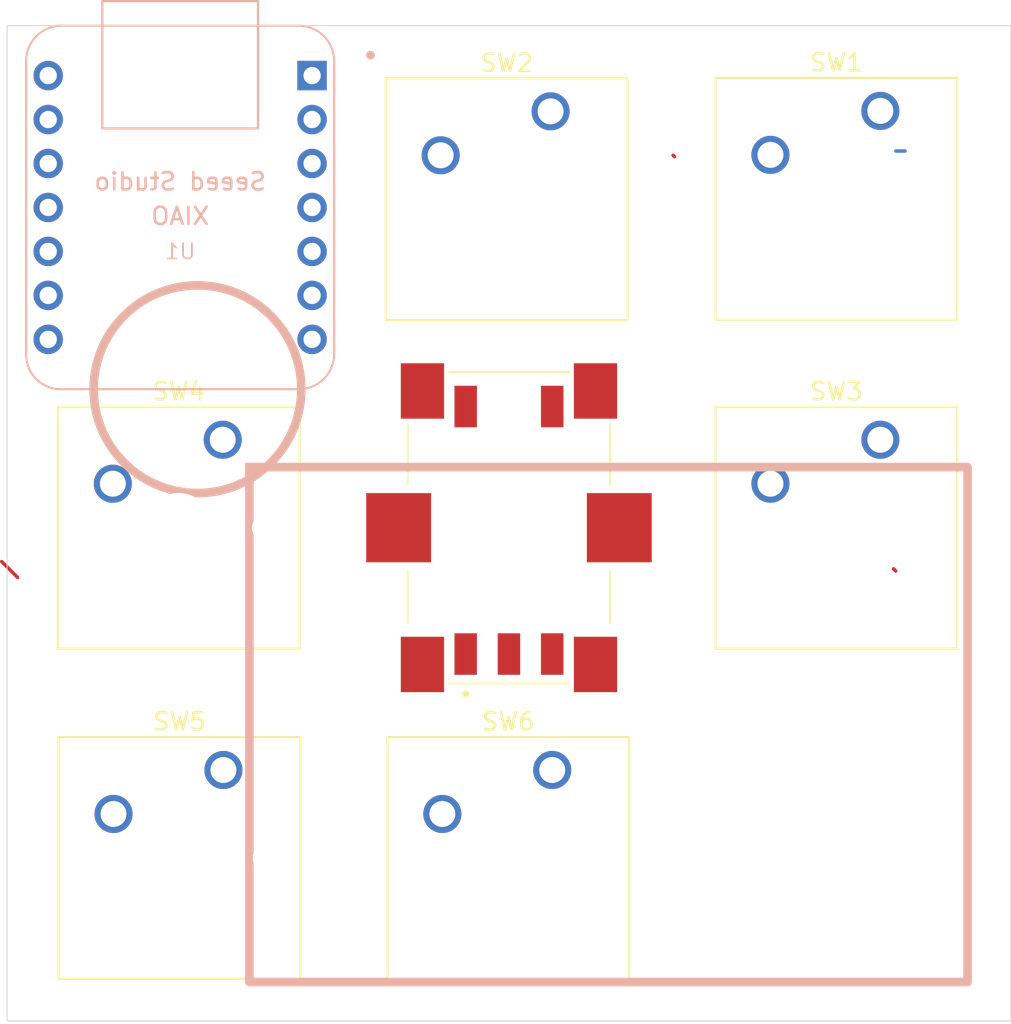
<source format=kicad_pcb>
(kicad_pcb (version 20240108) (generator "pcbnew") (generator_version "8.0")
  (layers (0 "F.Cu" signal) (31 "B.Cu" signal) (34 "B.Paste" user) (35 "F.Paste" user) (36 "B.SilkS" user "B.Silkscreen") (37 "F.SilkS" user "F.Silkscreen") (38 "B.Mask" user) (39 "F.Mask" user) (44 "Edge.Cuts" user))
  (net 0 "")
  (net 1 "Net-(U1-PA6_A10_D10_MOSI)")
  (net 2 "GND")
  (net 3 "Net-(U1-PA5_A9_D9_MISO)")
  (net 4 "Net-(U1-PA7_A8_D8_SCK)")
  (net 9 "Net-(U1-PA4_A1_D1)")
  (net 10 "Net-(U1-PA10_A2_D2)")
  (net 11 "Net-(U1-PA02_A0_D0)")
  (net 12 "Net-(U1-PA9_A5_D5_SCL)")
  (net 13 "Net-(U1-PA8_A4_D4_SDA)")
  (footprint "Button_Switch_Keyboard:SW_Cherry_MX_1.00u_PCB" (layer "F.Cu") (at 68.46 48.92)
    (property "Reference" "SW3" (at -2.54 -2.794 0) (layer "F.SilkS"))
    (property "Value" "SW_Push")
    (fp_line (start -9.525 -1.905) (end 4.445 -1.905) (stroke (width 0.12)) (layer "F.SilkS"))
    (fp_line (start -9.525 12.065) (end -9.525 -1.905) (stroke (width 0.12)) (layer "F.SilkS"))
    (fp_line (start 4.445 -1.905) (end 4.445 12.065) (stroke (width 0.12)) (layer "F.SilkS"))
    (fp_line (start 4.445 12.065) (end -9.525 12.065) (stroke (width 0.12)) (layer "F.SilkS"))
    (pad "" np_thru_hole circle (at -7.62 5.08) (size 1.7 1.7) (drill 1.7) (layers "*.Cu" "*.Mask"))
    (pad "" np_thru_hole circle (at -2.54 5.08) (size 4 4) (drill 4) (layers "*.Cu" "*.Mask"))
    (pad "" np_thru_hole circle (at 2.54 5.08) (size 1.7 1.7) (drill 1.7) (layers "*.Cu" "*.Mask"))
    (pad "1" thru_hole circle (at 0 0) (size 2.2 2.2) (drill 1.5) (layers "*.Cu" "*.Mask") (net 4 "Net-(U1-PA7_A8_D8_SCK)"))
    (pad "2" thru_hole circle (at -6.35 2.54) (size 2.2 2.2) (drill 1.5) (layers "*.Cu" "*.Mask") (net 2 "GND"))
  )
  (footprint "EC11J0924411:EC11J0924411" (layer "F.Cu") (at 47 54)
    (property "Reference" "U2" (at 0 0 0) (layer "F.SilkS"))
    (property "Value" "EC11J0924411")
    (fp_line (start -5.85 -6) (end -5.85 -2.5) (stroke (width 0.1)) (layer "F.SilkS"))
    (fp_line (start -5.85 2.5) (end -5.85 5.5) (stroke (width 0.1)) (layer "F.SilkS"))
    (fp_line (start -3.5 -9) (end 3.5 -9) (stroke (width 0.1)) (layer "F.SilkS"))
    (fp_line (start -3.5 9) (end 3 9) (stroke (width 0.1)) (layer "F.SilkS"))
    (fp_line (start -2.6 9.6) (end -2.6 9.6) (stroke (width 0.2)) (layer "F.SilkS"))
    (fp_line (start -2.4 9.6) (end -2.4 9.6) (stroke (width 0.2)) (layer "F.SilkS"))
    (fp_line (start 3 9) (end 3.5 9) (stroke (width 0.1)) (layer "F.SilkS"))
    (fp_line (start 5.85 -6) (end 5.85 -2.5) (stroke (width 0.1)) (layer "F.SilkS"))
    (fp_line (start 5.85 2.5) (end 5.85 5.5) (stroke (width 0.1)) (layer "F.SilkS"))
    (fp_arc (start -2.6 9.6) (mid -2.5 9.5) (end -2.4 9.6) (stroke (width 0.2)) (layer "F.SilkS"))
    (fp_arc (start -2.4 9.6) (mid -2.5 9.7) (end -2.6 9.6) (stroke (width 0.2)) (layer "F.SilkS"))
    (pad "" np_thru_hole circle (at 0 0) (size 2.15 2.15) (drill 2.15) (layers "*.Cu" "*.Mask"))
    (pad "7" smd rect (at -5 7.9) (size 2.5 3.2) (layers "F.Cu" "F.Paste" "F.Mask"))
    (pad "8" smd rect (at 5 7.9) (size 2.5 3.2) (layers "F.Cu" "F.Paste" "F.Mask"))
    (pad "9" smd rect (at 5 -7.9) (size 2.5 3.2) (layers "F.Cu" "F.Paste" "F.Mask"))
    (pad "10" smd rect (at -5 -7.9) (size 2.5 3.2) (layers "F.Cu" "F.Paste" "F.Mask"))
    (pad "11" smd rect (at -6.375 0) (size 3.75 4) (layers "F.Cu" "F.Paste" "F.Mask"))
    (pad "12" smd rect (at 6.375 0) (size 3.75 4) (layers "F.Cu" "F.Paste" "F.Mask"))
    (pad "A1" smd rect (at -2.5 7.3) (size 1.3 2.4) (layers "F.Cu" "F.Paste" "F.Mask") (net 11 "Net-(U1-PA02_A0_D0)"))
    (pad "B1" smd rect (at 2.5 7.3) (size 1.3 2.4) (layers "F.Cu" "F.Paste" "F.Mask") (net 9 "Net-(U1-PA4_A1_D1)"))
    (pad "C1" smd rect (at 0 7.3) (size 1.3 2.4) (layers "F.Cu" "F.Paste" "F.Mask") (net 2 "GND"))
    (pad "D1" smd rect (at -2.5 -7) (size 1.3 2.4) (layers "F.Cu" "F.Paste" "F.Mask") (net 10 "Net-(U1-PA10_A2_D2)"))
    (pad "E1" smd rect (at 2.5 -7) (size 1.3 2.4) (layers "F.Cu" "F.Paste" "F.Mask"))
  )
  (footprint "Button_Switch_Keyboard:SW_Cherry_MX_1.00u_PCB" (layer "F.Cu") (at 49.5 68)
    (property "Reference" "SW6" (at -2.54 -2.794 0) (layer "F.SilkS"))
    (property "Value" "SW_Push")
    (fp_line (start -9.525 -1.905) (end 4.445 -1.905) (stroke (width 0.12)) (layer "F.SilkS"))
    (fp_line (start -9.525 12.065) (end -9.525 -1.905) (stroke (width 0.12)) (layer "F.SilkS"))
    (fp_line (start 4.445 -1.905) (end 4.445 12.065) (stroke (width 0.12)) (layer "F.SilkS"))
    (fp_line (start 4.445 12.065) (end -9.525 12.065) (stroke (width 0.12)) (layer "F.SilkS"))
    (pad "" np_thru_hole circle (at -7.62 5.08) (size 1.7 1.7) (drill 1.7) (layers "*.Cu" "*.Mask"))
    (pad "" np_thru_hole circle (at -2.54 5.08) (size 4 4) (drill 4) (layers "*.Cu" "*.Mask"))
    (pad "" np_thru_hole circle (at 2.54 5.08) (size 1.7 1.7) (drill 1.7) (layers "*.Cu" "*.Mask"))
    (pad "1" thru_hole circle (at 0 0) (size 2.2 2.2) (drill 1.5) (layers "*.Cu" "*.Mask"))
    (pad "2" thru_hole circle (at -6.35 2.54) (size 2.2 2.2) (drill 1.5) (layers "*.Cu" "*.Mask") (net 2 "GND"))
  )
  (footprint "Button_Switch_Keyboard:SW_Cherry_MX_1.00u_PCB" (layer "F.Cu") (at 30.46 48.92)
    (property "Reference" "SW4" (at -2.54 -2.794 0) (layer "F.SilkS"))
    (property "Value" "SW_Push")
    (fp_line (start -9.525 -1.905) (end 4.445 -1.905) (stroke (width 0.12)) (layer "F.SilkS"))
    (fp_line (start -9.525 12.065) (end -9.525 -1.905) (stroke (width 0.12)) (layer "F.SilkS"))
    (fp_line (start 4.445 -1.905) (end 4.445 12.065) (stroke (width 0.12)) (layer "F.SilkS"))
    (fp_line (start 4.445 12.065) (end -9.525 12.065) (stroke (width 0.12)) (layer "F.SilkS"))
    (pad "" np_thru_hole circle (at -7.62 5.08) (size 1.7 1.7) (drill 1.7) (layers "*.Cu" "*.Mask"))
    (pad "" np_thru_hole circle (at -2.54 5.08) (size 4 4) (drill 4) (layers "*.Cu" "*.Mask"))
    (pad "" np_thru_hole circle (at 2.54 5.08) (size 1.7 1.7) (drill 1.7) (layers "*.Cu" "*.Mask"))
    (pad "1" thru_hole circle (at 0 0) (size 2.2 2.2) (drill 1.5) (layers "*.Cu" "*.Mask") (net 12 "Net-(U1-PA9_A5_D5_SCL)"))
    (pad "2" thru_hole circle (at -6.35 2.54) (size 2.2 2.2) (drill 1.5) (layers "*.Cu" "*.Mask") (net 2 "GND"))
  )
  (footprint "Button_Switch_Keyboard:SW_Cherry_MX_1.00u_PCB" (layer "F.Cu") (at 30.5 68)
    (property "Reference" "SW5" (at -2.54 -2.794 0) (layer "F.SilkS"))
    (property "Value" "SW_Push")
    (fp_line (start -9.525 -1.905) (end 4.445 -1.905) (stroke (width 0.12)) (layer "F.SilkS"))
    (fp_line (start -9.525 12.065) (end -9.525 -1.905) (stroke (width 0.12)) (layer "F.SilkS"))
    (fp_line (start 4.445 -1.905) (end 4.445 12.065) (stroke (width 0.12)) (layer "F.SilkS"))
    (fp_line (start 4.445 12.065) (end -9.525 12.065) (stroke (width 0.12)) (layer "F.SilkS"))
    (pad "" np_thru_hole circle (at -7.62 5.08) (size 1.7 1.7) (drill 1.7) (layers "*.Cu" "*.Mask"))
    (pad "" np_thru_hole circle (at -2.54 5.08) (size 4 4) (drill 4) (layers "*.Cu" "*.Mask"))
    (pad "" np_thru_hole circle (at 2.54 5.08) (size 1.7 1.7) (drill 1.7) (layers "*.Cu" "*.Mask"))
    (pad "1" thru_hole circle (at 0 0) (size 2.2 2.2) (drill 1.5) (layers "*.Cu" "*.Mask") (net 13 "Net-(U1-PA8_A4_D4_SDA)"))
    (pad "2" thru_hole circle (at -6.35 2.54) (size 2.2 2.2) (drill 1.5) (layers "*.Cu" "*.Mask") (net 2 "GND"))
  )
  (footprint "Button_Switch_Keyboard:SW_Cherry_MX_1.00u_PCB" (layer "F.Cu") (at 68.46 29.92)
    (property "Reference" "SW1" (at -2.54 -2.794 0) (layer "F.SilkS"))
    (property "Value" "SW_Push")
    (fp_line (start -9.525 -1.905) (end 4.445 -1.905) (stroke (width 0.12)) (layer "F.SilkS"))
    (fp_line (start -9.525 12.065) (end -9.525 -1.905) (stroke (width 0.12)) (layer "F.SilkS"))
    (fp_line (start 4.445 -1.905) (end 4.445 12.065) (stroke (width 0.12)) (layer "F.SilkS"))
    (fp_line (start 4.445 12.065) (end -9.525 12.065) (stroke (width 0.12)) (layer "F.SilkS"))
    (pad "" np_thru_hole circle (at -7.62 5.08) (size 1.7 1.7) (drill 1.7) (layers "*.Cu" "*.Mask"))
    (pad "" np_thru_hole circle (at -2.54 5.08) (size 4 4) (drill 4) (layers "*.Cu" "*.Mask"))
    (pad "" np_thru_hole circle (at 2.54 5.08) (size 1.7 1.7) (drill 1.7) (layers "*.Cu" "*.Mask"))
    (pad "1" thru_hole circle (at 0 0) (size 2.2 2.2) (drill 1.5) (layers "*.Cu" "*.Mask") (net 1 "Net-(U1-PA6_A10_D10_MOSI)"))
    (pad "2" thru_hole circle (at -6.35 2.54) (size 2.2 2.2) (drill 1.5) (layers "*.Cu" "*.Mask") (net 2 "GND"))
  )
  (footprint "Button_Switch_Keyboard:SW_Cherry_MX_1.00u_PCB" (layer "F.Cu") (at 49.405 29.945)
    (property "Reference" "SW2" (at -2.54 -2.794 0) (layer "F.SilkS"))
    (property "Value" "SW_Push")
    (fp_line (start -9.525 -1.905) (end 4.445 -1.905) (stroke (width 0.12)) (layer "F.SilkS"))
    (fp_line (start -9.525 12.065) (end -9.525 -1.905) (stroke (width 0.12)) (layer "F.SilkS"))
    (fp_line (start 4.445 -1.905) (end 4.445 12.065) (stroke (width 0.12)) (layer "F.SilkS"))
    (fp_line (start 4.445 12.065) (end -9.525 12.065) (stroke (width 0.12)) (layer "F.SilkS"))
    (pad "" np_thru_hole circle (at -7.62 5.08) (size 1.7 1.7) (drill 1.7) (layers "*.Cu" "*.Mask"))
    (pad "" np_thru_hole circle (at -2.54 5.08) (size 4 4) (drill 4) (layers "*.Cu" "*.Mask"))
    (pad "" np_thru_hole circle (at 2.54 5.08) (size 1.7 1.7) (drill 1.7) (layers "*.Cu" "*.Mask"))
    (pad "1" thru_hole circle (at 0 0) (size 2.2 2.2) (drill 1.5) (layers "*.Cu" "*.Mask") (net 3 "Net-(U1-PA5_A9_D9_MISO)"))
    (pad "2" thru_hole circle (at -6.35 2.54) (size 2.2 2.2) (drill 1.5) (layers "*.Cu" "*.Mask") (net 2 "GND"))
  )
  (footprint "Seeed Studio XIAO Series Library:XIAO-Generic-Thruhole-14P-2.54-21X17.8MM" (layer "B.Cu") (at 28 35.5 180)
    (property "Reference" "U1" (at 0 -2.54 0) (layer "B.SilkS") (effects (font (size 0.889 0.889) (thickness 0.1016)) (justify mirror)))
    (property "Value" "Seeed Studio XIAO SAMD21" (hide yes))
    (fp_line (start 8.9 8.5) (end 8.9 -8.5) (stroke (width 0.127)) (layer "B.SilkS"))
    (fp_line (start 6.9 -10.5) (end -6.9 -10.5) (stroke (width 0.127)) (layer "B.SilkS"))
    (fp_line (start 4.5 11.92403) (end -4.5 11.92403) (stroke (width 0.127)) (layer "B.SilkS"))
    (fp_line (start 4.5 4.57073) (end 4.5 11.92403) (stroke (width 0.127)) (layer "B.SilkS"))
    (fp_line (start -4.5 11.92403) (end -4.5 4.57073) (stroke (width 0.127)) (layer "B.SilkS"))
    (fp_line (start -4.5 4.57073) (end 4.5 4.57073) (stroke (width 0.127)) (layer "B.SilkS"))
    (fp_line (start -6.9 10.49909) (end 6.9 10.49909) (stroke (width 0.127)) (layer "B.SilkS"))
    (fp_line (start -8.9 -8.5) (end -8.9 8.5) (stroke (width 0.127)) (layer "B.SilkS"))
    (fp_arc (start 8.9 8.5) (mid 8.301492 9.901492) (end 6.9 10.5) (stroke (width 0.12)) (layer "B.SilkS"))
    (fp_arc (start 6.9 -10.5) (mid 8.314214 -9.914214) (end 8.9 -8.5) (stroke (width 0.12)) (layer "B.SilkS"))
    (fp_arc (start -6.9 10.5) (mid -8.301491 9.901491) (end -8.9 8.5) (stroke (width 0.12)) (layer "B.SilkS"))
    (fp_arc (start -8.9 -8.5) (mid -8.301423 -9.901423) (end -6.9 -10.5) (stroke (width 0.12)) (layer "B.SilkS"))
    (fp_circle (center -11 8.8) (end -11 9.054) (fill solid) (layer "B.SilkS"))
    (fp_poly (pts (xy -8.887715 8.561705) (xy -8.884667 8.610473) (xy -8.880603 8.659494)) (stroke (width 0.0254)) (fill none) (layer "B.SilkS"))
    (fp_poly (pts (xy 8.889492 -8.521574) (xy 8.887713 -8.57085) (xy 8.884665 -8.619618) (xy 8.880601 -8.668639) (xy 8.875268 -8.717407) (xy 8.868664 -8.766175) (xy 8.861044 -8.81469) (xy 8.852153 -8.86295) (xy 8.842248 -8.910955)) (stroke (width 0.0254)) (fill none) (layer "B.SilkS"))
    (fp_text user "Seeed Studio" (at 0 1.5 0) (layer "B.SilkS") (effects (justify mirror)))
    (fp_text user "XIAO" (at 0 -0.5 0) (layer "B.SilkS") (effects (justify mirror)))
    (pad "1" thru_hole rect (at -7.625 7.62 180) (size 1.7 1.7) (drill 1) (layers "*.Cu" "*.Mask") (net 11 "Net-(U1-PA02_A0_D0)"))
    (pad "2" thru_hole circle (at -7.625 5.08 180) (size 1.7 1.7) (drill 1) (layers "*.Cu" "*.Mask") (net 9 "Net-(U1-PA4_A1_D1)"))
    (pad "3" thru_hole circle (at -7.625 2.54 180) (size 1.7 1.7) (drill 1) (layers "*.Cu" "*.Mask") (net 10 "Net-(U1-PA10_A2_D2)"))
    (pad "4" thru_hole circle (at -7.625 0 180) (size 1.7 1.7) (drill 1) (layers "*.Cu" "*.Mask"))
    (pad "5" thru_hole circle (at -7.625 -2.54 180) (size 1.7 1.7) (drill 1) (layers "*.Cu" "*.Mask") (net 13 "Net-(U1-PA8_A4_D4_SDA)"))
    (pad "6" thru_hole circle (at -7.625 -5.08) (size 1.7 1.7) (drill 1) (layers "*.Cu" "*.Mask") (net 12 "Net-(U1-PA9_A5_D5_SCL)"))
    (pad "7" thru_hole circle (at -7.625 -7.62 180) (size 1.7 1.7) (drill 1) (layers "*.Cu" "*.Mask"))
    (pad "8" thru_hole circle (at 7.625 -7.62 180) (size 1.7 1.7) (drill 1) (layers "*.Cu" "*.Mask"))
    (pad "9" thru_hole circle (at 7.625 -5.08 180) (size 1.7 1.7) (drill 1) (layers "*.Cu" "*.Mask") (net 4 "Net-(U1-PA7_A8_D8_SCK)"))
    (pad "10" thru_hole circle (at 7.625 -2.54 180) (size 1.7 1.7) (drill 1) (layers "*.Cu" "*.Mask") (net 3 "Net-(U1-PA5_A9_D9_MISO)"))
    (pad "11" thru_hole circle (at 7.625 0 180) (size 1.7 1.7) (drill 1) (layers "*.Cu" "*.Mask") (net 1 "Net-(U1-PA6_A10_D10_MOSI)"))
    (pad "12" thru_hole circle (at 7.625 2.54 180) (size 1.7 1.7) (drill 1) (layers "*.Cu" "*.Mask"))
    (pad "13" thru_hole circle (at 7.625 5.08 180) (size 1.7 1.7) (drill 1) (layers "*.Cu" "*.Mask") (net 2 "GND"))
    (pad "14" thru_hole circle (at 7.625 7.62 180) (size 1.7 1.7) (drill 1) (layers "*.Cu" "*.Mask"))
  )
  (gr_rect (start 32 50.5) (end 73.5 80.25) (stroke (width 0.5)) (fill none) (layer "B.SilkS"))
  (gr_circle (center 29 46) (end 35 46) (stroke (width 0.5)) (fill none) (layer "B.SilkS"))
  (gr_rect (start 18 25) (end 76 82.5) (stroke (width 0.05)) (fill none) (layer "Edge.Cuts"))
  (segment (start 18.61 56.88) (end 17.69 55.96) (width 0.2) (layer "F.Cu") (net 2))
  (segment (start 56.485 32.485) (end 56.56494 32.56494) (width 0.2) (layer "F.Cu") (net 2))
  (segment (start 69.222 56.37259) (end 69.352 56.50259) (width 0.2) (layer "F.Cu") (net 2))
  (segment (start 69.35747 32.23747) (end 69.891 32.23747) (width 0.2) (layer "B.Cu") (net 2))
)
</source>
